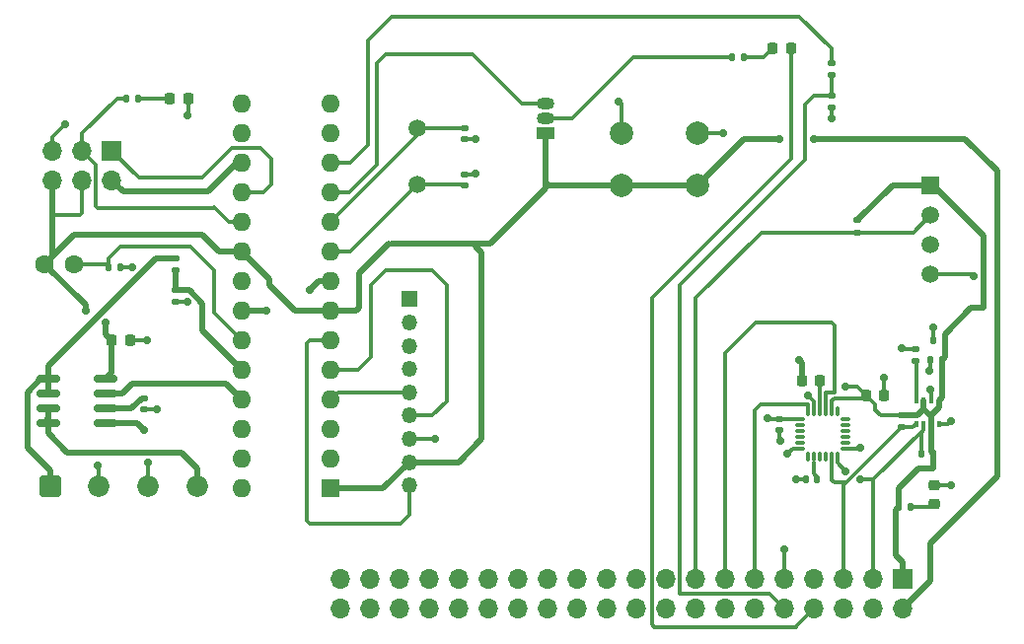
<source format=gbr>
%TF.GenerationSoftware,KiCad,Pcbnew,(6.0.7)*%
%TF.CreationDate,2023-01-16T15:03:51+03:00*%
%TF.ProjectId,Omarichet Sensor Shield 2,4f6d6172-6963-4686-9574-2053656e736f,rev?*%
%TF.SameCoordinates,Original*%
%TF.FileFunction,Copper,L1,Top*%
%TF.FilePolarity,Positive*%
%FSLAX46Y46*%
G04 Gerber Fmt 4.6, Leading zero omitted, Abs format (unit mm)*
G04 Created by KiCad (PCBNEW (6.0.7)) date 2023-01-16 15:03:51*
%MOMM*%
%LPD*%
G01*
G04 APERTURE LIST*
G04 Aperture macros list*
%AMRoundRect*
0 Rectangle with rounded corners*
0 $1 Rounding radius*
0 $2 $3 $4 $5 $6 $7 $8 $9 X,Y pos of 4 corners*
0 Add a 4 corners polygon primitive as box body*
4,1,4,$2,$3,$4,$5,$6,$7,$8,$9,$2,$3,0*
0 Add four circle primitives for the rounded corners*
1,1,$1+$1,$2,$3*
1,1,$1+$1,$4,$5*
1,1,$1+$1,$6,$7*
1,1,$1+$1,$8,$9*
0 Add four rect primitives between the rounded corners*
20,1,$1+$1,$2,$3,$4,$5,0*
20,1,$1+$1,$4,$5,$6,$7,0*
20,1,$1+$1,$6,$7,$8,$9,0*
20,1,$1+$1,$8,$9,$2,$3,0*%
G04 Aperture macros list end*
%TA.AperFunction,SMDPad,CuDef*%
%ADD10RoundRect,0.135000X0.185000X-0.135000X0.185000X0.135000X-0.185000X0.135000X-0.185000X-0.135000X0*%
%TD*%
%TA.AperFunction,SMDPad,CuDef*%
%ADD11RoundRect,0.140000X-0.170000X0.140000X-0.170000X-0.140000X0.170000X-0.140000X0.170000X0.140000X0*%
%TD*%
%TA.AperFunction,SMDPad,CuDef*%
%ADD12RoundRect,0.135000X-0.135000X-0.185000X0.135000X-0.185000X0.135000X0.185000X-0.135000X0.185000X0*%
%TD*%
%TA.AperFunction,SMDPad,CuDef*%
%ADD13RoundRect,0.075000X0.350000X0.075000X-0.350000X0.075000X-0.350000X-0.075000X0.350000X-0.075000X0*%
%TD*%
%TA.AperFunction,SMDPad,CuDef*%
%ADD14RoundRect,0.075000X-0.075000X0.350000X-0.075000X-0.350000X0.075000X-0.350000X0.075000X0.350000X0*%
%TD*%
%TA.AperFunction,SMDPad,CuDef*%
%ADD15RoundRect,0.135000X-0.185000X0.135000X-0.185000X-0.135000X0.185000X-0.135000X0.185000X0.135000X0*%
%TD*%
%TA.AperFunction,ComponentPad*%
%ADD16R,1.350000X1.350000*%
%TD*%
%TA.AperFunction,ComponentPad*%
%ADD17O,1.350000X1.350000*%
%TD*%
%TA.AperFunction,SMDPad,CuDef*%
%ADD18RoundRect,0.140000X0.140000X0.170000X-0.140000X0.170000X-0.140000X-0.170000X0.140000X-0.170000X0*%
%TD*%
%TA.AperFunction,SMDPad,CuDef*%
%ADD19RoundRect,0.150000X-0.825000X-0.150000X0.825000X-0.150000X0.825000X0.150000X-0.825000X0.150000X0*%
%TD*%
%TA.AperFunction,SMDPad,CuDef*%
%ADD20RoundRect,0.218750X0.218750X0.256250X-0.218750X0.256250X-0.218750X-0.256250X0.218750X-0.256250X0*%
%TD*%
%TA.AperFunction,SMDPad,CuDef*%
%ADD21RoundRect,0.225000X-0.225000X-0.250000X0.225000X-0.250000X0.225000X0.250000X-0.225000X0.250000X0*%
%TD*%
%TA.AperFunction,ComponentPad*%
%ADD22C,1.600000*%
%TD*%
%TA.AperFunction,ComponentPad*%
%ADD23C,2.000000*%
%TD*%
%TA.AperFunction,SMDPad,CuDef*%
%ADD24RoundRect,0.218750X-0.218750X-0.256250X0.218750X-0.256250X0.218750X0.256250X-0.218750X0.256250X0*%
%TD*%
%TA.AperFunction,SMDPad,CuDef*%
%ADD25RoundRect,0.140000X0.170000X-0.140000X0.170000X0.140000X-0.170000X0.140000X-0.170000X-0.140000X0*%
%TD*%
%TA.AperFunction,ComponentPad*%
%ADD26R,1.500000X1.050000*%
%TD*%
%TA.AperFunction,ComponentPad*%
%ADD27O,1.500000X1.050000*%
%TD*%
%TA.AperFunction,SMDPad,CuDef*%
%ADD28RoundRect,0.135000X0.135000X0.185000X-0.135000X0.185000X-0.135000X-0.185000X0.135000X-0.185000X0*%
%TD*%
%TA.AperFunction,ComponentPad*%
%ADD29C,1.500000*%
%TD*%
%TA.AperFunction,SMDPad,CuDef*%
%ADD30R,0.350000X0.500000*%
%TD*%
%TA.AperFunction,ComponentPad*%
%ADD31R,1.600000X1.600000*%
%TD*%
%TA.AperFunction,ComponentPad*%
%ADD32O,1.600000X1.600000*%
%TD*%
%TA.AperFunction,SMDPad,CuDef*%
%ADD33RoundRect,0.218750X-0.256250X0.218750X-0.256250X-0.218750X0.256250X-0.218750X0.256250X0.218750X0*%
%TD*%
%TA.AperFunction,ComponentPad*%
%ADD34RoundRect,0.250000X-0.675000X-0.675000X0.675000X-0.675000X0.675000X0.675000X-0.675000X0.675000X0*%
%TD*%
%TA.AperFunction,ComponentPad*%
%ADD35C,1.850000*%
%TD*%
%TA.AperFunction,SMDPad,CuDef*%
%ADD36RoundRect,0.225000X0.225000X0.250000X-0.225000X0.250000X-0.225000X-0.250000X0.225000X-0.250000X0*%
%TD*%
%TA.AperFunction,ComponentPad*%
%ADD37R,1.500000X1.500000*%
%TD*%
%TA.AperFunction,ComponentPad*%
%ADD38R,1.700000X1.700000*%
%TD*%
%TA.AperFunction,ComponentPad*%
%ADD39O,1.700000X1.700000*%
%TD*%
%TA.AperFunction,ViaPad*%
%ADD40C,0.700000*%
%TD*%
%TA.AperFunction,Conductor*%
%ADD41C,0.500000*%
%TD*%
%TA.AperFunction,Conductor*%
%ADD42C,0.300000*%
%TD*%
G04 APERTURE END LIST*
D10*
%TO.P,R5,1*%
%TO.N,DHTOUT*%
X175340000Y-93070000D03*
%TO.P,R5,2*%
%TO.N,+3V3*%
X175340000Y-92050000D03*
%TD*%
D11*
%TO.P,C10,1*%
%TO.N,/xtal2*%
X141590000Y-84100000D03*
%TO.P,C10,2*%
%TO.N,GND*%
X141590000Y-85060000D03*
%TD*%
D12*
%TO.P,R1,1*%
%TO.N,SDA*%
X180830000Y-112060000D03*
%TO.P,R1,2*%
%TO.N,+3V3*%
X181850000Y-112060000D03*
%TD*%
D13*
%TO.P,U2,1,CLKIN*%
%TO.N,GND*%
X174320000Y-111622500D03*
%TO.P,U2,2,NC*%
%TO.N,unconnected-(U2-Pad2)*%
X174320000Y-111122500D03*
%TO.P,U2,3,NC*%
%TO.N,unconnected-(U2-Pad3)*%
X174320000Y-110622500D03*
%TO.P,U2,4,NC*%
%TO.N,unconnected-(U2-Pad4)*%
X174320000Y-110122500D03*
%TO.P,U2,5,NC*%
%TO.N,unconnected-(U2-Pad5)*%
X174320000Y-109622500D03*
%TO.P,U2,6,AUX_SDA*%
%TO.N,unconnected-(U2-Pad6)*%
X174320000Y-109122500D03*
D14*
%TO.P,U2,7,AUX_SCL*%
%TO.N,unconnected-(U2-Pad7)*%
X173620000Y-108422500D03*
%TO.P,U2,8,VDDIO*%
%TO.N,+3V3*%
X173120000Y-108422500D03*
%TO.P,U2,9,AD0*%
%TO.N,ADO*%
X172620000Y-108422500D03*
%TO.P,U2,10,REGOUT*%
%TO.N,Net-(C5-Pad2)*%
X172120000Y-108422500D03*
%TO.P,U2,11,FSYNC*%
%TO.N,GND*%
X171620000Y-108422500D03*
%TO.P,U2,12,INT*%
%TO.N,INT*%
X171120000Y-108422500D03*
D13*
%TO.P,U2,13,VDD*%
%TO.N,+3V3*%
X170420000Y-109122500D03*
%TO.P,U2,14,NC*%
%TO.N,unconnected-(U2-Pad14)*%
X170420000Y-109622500D03*
%TO.P,U2,15,NC*%
%TO.N,unconnected-(U2-Pad15)*%
X170420000Y-110122500D03*
%TO.P,U2,16,NC*%
%TO.N,unconnected-(U2-Pad16)*%
X170420000Y-110622500D03*
%TO.P,U2,17,NC*%
%TO.N,unconnected-(U2-Pad17)*%
X170420000Y-111122500D03*
%TO.P,U2,18,GND*%
%TO.N,GND*%
X170420000Y-111622500D03*
D14*
%TO.P,U2,19,NC*%
%TO.N,unconnected-(U2-Pad19)*%
X171120000Y-112322500D03*
%TO.P,U2,20,CPOUT*%
%TO.N,Net-(C6-Pad1)*%
X171620000Y-112322500D03*
%TO.P,U2,21,NC*%
%TO.N,unconnected-(U2-Pad21)*%
X172120000Y-112322500D03*
%TO.P,U2,22,NC*%
%TO.N,unconnected-(U2-Pad22)*%
X172620000Y-112322500D03*
%TO.P,U2,23,SCL*%
%TO.N,SCL*%
X173120000Y-112322500D03*
%TO.P,U2,24,SDA*%
%TO.N,SDA*%
X173620000Y-112322500D03*
%TD*%
D15*
%TO.P,R6,1*%
%TO.N,IP*%
X116840000Y-95290000D03*
%TO.P,R6,2*%
%TO.N,A1*%
X116840000Y-96310000D03*
%TD*%
D16*
%TO.P,J3,1,Pin_1*%
%TO.N,unconnected-(J3-Pad1)*%
X136840000Y-98810000D03*
D17*
%TO.P,J3,2,Pin_2*%
%TO.N,unconnected-(J3-Pad2)*%
X136840000Y-100810000D03*
%TO.P,J3,3,Pin_3*%
%TO.N,unconnected-(J3-Pad3)*%
X136840000Y-102810000D03*
%TO.P,J3,4,Pin_4*%
%TO.N,unconnected-(J3-Pad4)*%
X136840000Y-104810000D03*
%TO.P,J3,5,Pin_5*%
%TO.N,TX2*%
X136840000Y-106810000D03*
%TO.P,J3,6,Pin_6*%
%TO.N,RX2*%
X136840000Y-108810000D03*
%TO.P,J3,7,Pin_7*%
%TO.N,GND*%
X136840000Y-110810000D03*
%TO.P,J3,8,Pin_8*%
%TO.N,RESET*%
X136840000Y-112810000D03*
%TO.P,J3,9,Pin_9*%
%TO.N,PPS*%
X136840000Y-114810000D03*
%TD*%
D10*
%TO.P,R13,1*%
%TO.N,GND*%
X173080000Y-82330000D03*
%TO.P,R13,2*%
%TO.N,RXD*%
X173080000Y-81310000D03*
%TD*%
D18*
%TO.P,C3,1*%
%TO.N,+3V3*%
X182820000Y-102310000D03*
%TO.P,C3,2*%
%TO.N,GND*%
X181860000Y-102310000D03*
%TD*%
D19*
%TO.P,U3,1,IP+*%
%TO.N,IP*%
X105865000Y-105655000D03*
%TO.P,U3,2,IP+*%
X105865000Y-106925000D03*
%TO.P,U3,3,IP-*%
%TO.N,OP*%
X105865000Y-108195000D03*
%TO.P,U3,4,IP-*%
X105865000Y-109465000D03*
%TO.P,U3,5,GND*%
%TO.N,GND*%
X110815000Y-109465000D03*
%TO.P,U3,6,FILTER*%
%TO.N,/filter*%
X110815000Y-108195000D03*
%TO.P,U3,7,VIOUT*%
%TO.N,A2*%
X110815000Y-106925000D03*
%TO.P,U3,8,VCC*%
%TO.N,RESET*%
X110815000Y-105655000D03*
%TD*%
D20*
%TO.P,D2,1,K*%
%TO.N,GND*%
X117877500Y-81560000D03*
%TO.P,D2,2,A*%
%TO.N,/ardled*%
X116302500Y-81560000D03*
%TD*%
D18*
%TO.P,C6,1*%
%TO.N,Net-(C6-Pad1)*%
X171870000Y-114310000D03*
%TO.P,C6,2*%
%TO.N,GND*%
X170910000Y-114310000D03*
%TD*%
D12*
%TO.P,R11,1*%
%TO.N,/base*%
X164570000Y-78070000D03*
%TO.P,R11,2*%
%TO.N,Net-(D3-Pad1)*%
X165590000Y-78070000D03*
%TD*%
D21*
%TO.P,C5,1*%
%TO.N,GND*%
X170565000Y-105810000D03*
%TO.P,C5,2*%
%TO.N,Net-(C5-Pad2)*%
X172115000Y-105810000D03*
%TD*%
D22*
%TO.P,R8,1*%
%TO.N,RESET*%
X105570000Y-95810000D03*
%TO.P,R8,2*%
%TO.N,A0*%
X108110000Y-95810000D03*
%TD*%
D10*
%TO.P,R2,1*%
%TO.N,/SDO*%
X180300000Y-104090000D03*
%TO.P,R2,2*%
%TO.N,GND*%
X180300000Y-103070000D03*
%TD*%
D23*
%TO.P,SW1,1,1*%
%TO.N,GND*%
X161590000Y-84560000D03*
X155090000Y-84560000D03*
%TO.P,SW1,2,2*%
%TO.N,RESET*%
X155090000Y-89060000D03*
X161590000Y-89060000D03*
%TD*%
D11*
%TO.P,C8,1*%
%TO.N,/filter*%
X114090000Y-107310000D03*
%TO.P,C8,2*%
%TO.N,GND*%
X114090000Y-108270000D03*
%TD*%
D24*
%TO.P,D3,1,K*%
%TO.N,Net-(D3-Pad1)*%
X168042500Y-77320000D03*
%TO.P,D3,2,A*%
%TO.N,TXD*%
X169617500Y-77320000D03*
%TD*%
D25*
%TO.P,C2,1*%
%TO.N,GND*%
X168590000Y-110040000D03*
%TO.P,C2,2*%
%TO.N,+3V3*%
X168590000Y-109080000D03*
%TD*%
D26*
%TO.P,Q1,1,C*%
%TO.N,RESET*%
X148590000Y-84560000D03*
D27*
%TO.P,Q1,2,B*%
%TO.N,/base*%
X148590000Y-83290000D03*
%TO.P,Q1,3,E*%
%TO.N,RX*%
X148590000Y-82020000D03*
%TD*%
D28*
%TO.P,R10,1*%
%TO.N,/ardled*%
X113600000Y-81560000D03*
%TO.P,R10,2*%
%TO.N,13*%
X112580000Y-81560000D03*
%TD*%
D29*
%TO.P,Y1,1,1*%
%TO.N,/xtal2*%
X137590000Y-84110000D03*
%TO.P,Y1,2,2*%
%TO.N,/xtal1*%
X137590000Y-88990000D03*
%TD*%
D30*
%TO.P,U1,1,GND*%
%TO.N,GND*%
X182315000Y-109535000D03*
%TO.P,U1,2,CSB*%
%TO.N,+3V3*%
X181665000Y-109535000D03*
%TO.P,U1,3,SDI*%
%TO.N,SDA*%
X181015000Y-109535000D03*
%TO.P,U1,4,SCK*%
%TO.N,SCL*%
X180365000Y-109535000D03*
%TO.P,U1,5,SDO*%
%TO.N,/SDO*%
X180365000Y-107485000D03*
%TO.P,U1,6,VDDIO*%
%TO.N,+3V3*%
X181015000Y-107485000D03*
%TO.P,U1,7,GND*%
%TO.N,GND*%
X181665000Y-107485000D03*
%TO.P,U1,8,VDD*%
%TO.N,+3V3*%
X182315000Y-107485000D03*
%TD*%
D31*
%TO.P,U5,1,~{RESET}/PC6*%
%TO.N,RESET*%
X130140000Y-115060000D03*
D32*
%TO.P,U5,2,PD0*%
%TO.N,unconnected-(U5-Pad2)*%
X130140000Y-112520000D03*
%TO.P,U5,3,PD1*%
%TO.N,unconnected-(U5-Pad3)*%
X130140000Y-109980000D03*
%TO.P,U5,4,PD2*%
%TO.N,TX2*%
X130140000Y-107440000D03*
%TO.P,U5,5,PD3*%
%TO.N,RX2*%
X130140000Y-104900000D03*
%TO.P,U5,6,PD4*%
%TO.N,PPS*%
X130140000Y-102360000D03*
%TO.P,U5,7,VCC*%
%TO.N,RESET*%
X130140000Y-99820000D03*
%TO.P,U5,8,GND*%
%TO.N,GND*%
X130140000Y-97280000D03*
%TO.P,U5,9,XTAL1/PB6*%
%TO.N,/xtal1*%
X130140000Y-94740000D03*
%TO.P,U5,10,XTAL2/PB7*%
%TO.N,/xtal2*%
X130140000Y-92200000D03*
%TO.P,U5,11,PD5*%
%TO.N,RX*%
X130140000Y-89660000D03*
%TO.P,U5,12,PD6*%
%TO.N,TX*%
X130140000Y-87120000D03*
%TO.P,U5,13,PD7*%
%TO.N,unconnected-(U5-Pad13)*%
X130140000Y-84580000D03*
%TO.P,U5,14,PB0*%
%TO.N,unconnected-(U5-Pad14)*%
X130140000Y-82040000D03*
%TO.P,U5,15,PB1*%
%TO.N,unconnected-(U5-Pad15)*%
X122520000Y-82040000D03*
%TO.P,U5,16,PB2*%
%TO.N,unconnected-(U5-Pad16)*%
X122520000Y-84580000D03*
%TO.P,U5,17,PB3*%
%TO.N,MOSI*%
X122520000Y-87120000D03*
%TO.P,U5,18,PB4*%
%TO.N,MISO*%
X122520000Y-89660000D03*
%TO.P,U5,19,PB5*%
%TO.N,13*%
X122520000Y-92200000D03*
%TO.P,U5,20,AVCC*%
%TO.N,RESET*%
X122520000Y-94740000D03*
%TO.P,U5,21,AREF*%
%TO.N,unconnected-(U5-Pad21)*%
X122520000Y-97280000D03*
%TO.P,U5,22,GND*%
%TO.N,GND*%
X122520000Y-99820000D03*
%TO.P,U5,23,PC0*%
%TO.N,A0*%
X122520000Y-102360000D03*
%TO.P,U5,24,PC1*%
%TO.N,A1*%
X122520000Y-104900000D03*
%TO.P,U5,25,PC2*%
%TO.N,A2*%
X122520000Y-107440000D03*
%TO.P,U5,26,PC3*%
%TO.N,unconnected-(U5-Pad26)*%
X122520000Y-109980000D03*
%TO.P,U5,27,PC4*%
%TO.N,unconnected-(U5-Pad27)*%
X122520000Y-112520000D03*
%TO.P,U5,28,PC5*%
%TO.N,unconnected-(U5-Pad28)*%
X122520000Y-115060000D03*
%TD*%
D33*
%TO.P,D1,1,K*%
%TO.N,GND*%
X181890000Y-114822500D03*
%TO.P,D1,2,A*%
%TO.N,/pwrled*%
X181890000Y-116397500D03*
%TD*%
D28*
%TO.P,R4,1*%
%TO.N,/pwrled*%
X179910000Y-116610000D03*
%TO.P,R4,2*%
%TO.N,+3V3*%
X178890000Y-116610000D03*
%TD*%
D34*
%TO.P,J2,1,Pin_1*%
%TO.N,IP*%
X106040000Y-114870000D03*
D35*
%TO.P,J2,2,Pin_2*%
%TO.N,GND*%
X110240000Y-114870000D03*
%TO.P,J2,3,Pin_3*%
X114440000Y-114870000D03*
%TO.P,J2,4,Pin_4*%
%TO.N,OP*%
X118640000Y-114870000D03*
%TD*%
D10*
%TO.P,R12,1*%
%TO.N,RXD*%
X173080000Y-79580000D03*
%TO.P,R12,2*%
%TO.N,TX*%
X173080000Y-78560000D03*
%TD*%
D36*
%TO.P,C7,1*%
%TO.N,GND*%
X112890000Y-102310000D03*
%TO.P,C7,2*%
%TO.N,RESET*%
X111340000Y-102310000D03*
%TD*%
D15*
%TO.P,R7,1*%
%TO.N,A1*%
X116840000Y-98050000D03*
%TO.P,R7,2*%
%TO.N,GND*%
X116840000Y-99070000D03*
%TD*%
D37*
%TO.P,U4,1,VCC*%
%TO.N,+3V3*%
X181590000Y-89060000D03*
D29*
%TO.P,U4,2,IO*%
%TO.N,DHTOUT*%
X181590000Y-91600000D03*
%TO.P,U4,3,NC*%
%TO.N,unconnected-(U4-Pad3)*%
X181590000Y-94140000D03*
%TO.P,U4,4,GND*%
%TO.N,GND*%
X181590000Y-96680000D03*
%TD*%
D18*
%TO.P,C1,1*%
%TO.N,+3V3*%
X182570000Y-104060000D03*
%TO.P,C1,2*%
%TO.N,GND*%
X181610000Y-104060000D03*
%TD*%
D38*
%TO.P,J4,1,Pin_1*%
%TO.N,MISO*%
X111340000Y-86060000D03*
D39*
%TO.P,J4,2,Pin_2*%
%TO.N,MOSI*%
X111340000Y-88600000D03*
%TO.P,J4,3,Pin_3*%
%TO.N,13*%
X108800000Y-86060000D03*
%TO.P,J4,4,Pin_4*%
%TO.N,RESET*%
X108800000Y-88600000D03*
%TO.P,J4,5,Pin_5*%
%TO.N,GND*%
X106260000Y-86060000D03*
%TO.P,J4,6,Pin_6*%
%TO.N,RESET*%
X106260000Y-88600000D03*
%TD*%
D25*
%TO.P,C9,1*%
%TO.N,/xtal1*%
X141590000Y-89040000D03*
%TO.P,C9,2*%
%TO.N,GND*%
X141590000Y-88080000D03*
%TD*%
D10*
%TO.P,R3,1*%
%TO.N,SCL*%
X179090000Y-109820000D03*
%TO.P,R3,2*%
%TO.N,+3V3*%
X179090000Y-108800000D03*
%TD*%
D12*
%TO.P,R9,1*%
%TO.N,A0*%
X111070000Y-96060000D03*
%TO.P,R9,2*%
%TO.N,GND*%
X112090000Y-96060000D03*
%TD*%
D21*
%TO.P,C4,1*%
%TO.N,+3V3*%
X176090000Y-107060000D03*
%TO.P,C4,2*%
%TO.N,GND*%
X177640000Y-107060000D03*
%TD*%
D38*
%TO.P,J1,1,Pin_1*%
%TO.N,+3V3*%
X179210000Y-122810000D03*
D39*
%TO.P,J1,2,Pin_2*%
%TO.N,RESET*%
X179210000Y-125350000D03*
%TO.P,J1,3,Pin_3*%
%TO.N,SDA*%
X176670000Y-122810000D03*
%TO.P,J1,4,Pin_4*%
%TO.N,unconnected-(J1-Pad4)*%
X176670000Y-125350000D03*
%TO.P,J1,5,Pin_5*%
%TO.N,SCL*%
X174130000Y-122810000D03*
%TO.P,J1,6,Pin_6*%
%TO.N,unconnected-(J1-Pad6)*%
X174130000Y-125350000D03*
%TO.P,J1,7,Pin_7*%
%TO.N,unconnected-(J1-Pad7)*%
X171590000Y-122810000D03*
%TO.P,J1,8,Pin_8*%
%TO.N,TXD*%
X171590000Y-125350000D03*
%TO.P,J1,9,Pin_9*%
%TO.N,GND*%
X169050000Y-122810000D03*
%TO.P,J1,10,Pin_10*%
%TO.N,RXD*%
X169050000Y-125350000D03*
%TO.P,J1,11,Pin_11*%
%TO.N,INT*%
X166510000Y-122810000D03*
%TO.P,J1,12,Pin_12*%
%TO.N,unconnected-(J1-Pad12)*%
X166510000Y-125350000D03*
%TO.P,J1,13,Pin_13*%
%TO.N,ADO*%
X163970000Y-122810000D03*
%TO.P,J1,14,Pin_14*%
%TO.N,unconnected-(J1-Pad14)*%
X163970000Y-125350000D03*
%TO.P,J1,15,Pin_15*%
%TO.N,DHTOUT*%
X161430000Y-122810000D03*
%TO.P,J1,16,Pin_16*%
%TO.N,unconnected-(J1-Pad16)*%
X161430000Y-125350000D03*
%TO.P,J1,17,Pin_17*%
%TO.N,unconnected-(J1-Pad17)*%
X158890000Y-122810000D03*
%TO.P,J1,18,Pin_18*%
%TO.N,unconnected-(J1-Pad18)*%
X158890000Y-125350000D03*
%TO.P,J1,19,Pin_19*%
%TO.N,unconnected-(J1-Pad19)*%
X156350000Y-122810000D03*
%TO.P,J1,20,Pin_20*%
%TO.N,unconnected-(J1-Pad20)*%
X156350000Y-125350000D03*
%TO.P,J1,21,Pin_21*%
%TO.N,unconnected-(J1-Pad21)*%
X153810000Y-122810000D03*
%TO.P,J1,22,Pin_22*%
%TO.N,unconnected-(J1-Pad22)*%
X153810000Y-125350000D03*
%TO.P,J1,23,Pin_23*%
%TO.N,unconnected-(J1-Pad23)*%
X151270000Y-122810000D03*
%TO.P,J1,24,Pin_24*%
%TO.N,unconnected-(J1-Pad24)*%
X151270000Y-125350000D03*
%TO.P,J1,25,Pin_25*%
%TO.N,unconnected-(J1-Pad25)*%
X148730000Y-122810000D03*
%TO.P,J1,26,Pin_26*%
%TO.N,unconnected-(J1-Pad26)*%
X148730000Y-125350000D03*
%TO.P,J1,27,Pin_27*%
%TO.N,unconnected-(J1-Pad27)*%
X146190000Y-122810000D03*
%TO.P,J1,28,Pin_28*%
%TO.N,unconnected-(J1-Pad28)*%
X146190000Y-125350000D03*
%TO.P,J1,29,Pin_29*%
%TO.N,unconnected-(J1-Pad29)*%
X143650000Y-122810000D03*
%TO.P,J1,30,Pin_30*%
%TO.N,unconnected-(J1-Pad30)*%
X143650000Y-125350000D03*
%TO.P,J1,31,Pin_31*%
%TO.N,unconnected-(J1-Pad31)*%
X141110000Y-122810000D03*
%TO.P,J1,32,Pin_32*%
%TO.N,unconnected-(J1-Pad32)*%
X141110000Y-125350000D03*
%TO.P,J1,33,Pin_33*%
%TO.N,unconnected-(J1-Pad33)*%
X138570000Y-122810000D03*
%TO.P,J1,34,Pin_34*%
%TO.N,unconnected-(J1-Pad34)*%
X138570000Y-125350000D03*
%TO.P,J1,35,Pin_35*%
%TO.N,unconnected-(J1-Pad35)*%
X136030000Y-122810000D03*
%TO.P,J1,36,Pin_36*%
%TO.N,unconnected-(J1-Pad36)*%
X136030000Y-125350000D03*
%TO.P,J1,37,Pin_37*%
%TO.N,unconnected-(J1-Pad37)*%
X133490000Y-122810000D03*
%TO.P,J1,38,Pin_38*%
%TO.N,unconnected-(J1-Pad38)*%
X133490000Y-125350000D03*
%TO.P,J1,39,Pin_39*%
%TO.N,unconnected-(J1-Pad39)*%
X130950000Y-122810000D03*
%TO.P,J1,40,Pin_40*%
%TO.N,unconnected-(J1-Pad40)*%
X130950000Y-125350000D03*
%TD*%
D40*
%TO.N,+3V3*%
X167590000Y-109060000D03*
X174340000Y-106310000D03*
%TO.N,RESET*%
X110840000Y-100810000D03*
X109090000Y-99810000D03*
X168590000Y-85060000D03*
X171590000Y-85060000D03*
%TO.N,SDA*%
X175590000Y-114310000D03*
X174340000Y-113560000D03*
%TO.N,GND*%
X115170000Y-108290000D03*
X168710000Y-110970000D03*
X169340000Y-112060000D03*
X139090000Y-110810000D03*
X179090000Y-103060000D03*
X183340000Y-109310000D03*
X170090000Y-114310000D03*
X142590000Y-85060000D03*
X183340000Y-114810000D03*
X128340000Y-98060000D03*
X170340000Y-104060000D03*
X185340000Y-96810000D03*
X169090000Y-120310000D03*
X181491675Y-104946438D03*
X154840000Y-81810000D03*
X114090000Y-110060000D03*
X177590000Y-105560000D03*
X142590000Y-88060000D03*
X117840000Y-83060000D03*
X181850000Y-101250000D03*
X173080000Y-83320000D03*
X163840000Y-84560000D03*
X181590000Y-106560000D03*
X117840000Y-99060000D03*
X171090000Y-107060000D03*
X113090000Y-96060000D03*
X175590000Y-111560000D03*
X114340000Y-102310000D03*
X124590000Y-99810000D03*
X114430000Y-112870000D03*
X110090000Y-113060000D03*
X107340000Y-83810000D03*
%TD*%
D41*
%TO.N,+3V3*%
X178890000Y-116610000D02*
X178890000Y-115010000D01*
X179090000Y-108800000D02*
X180450000Y-108800000D01*
D42*
X177330000Y-108800000D02*
X179090000Y-108800000D01*
X176840000Y-108310000D02*
X177330000Y-108800000D01*
X176090000Y-107060000D02*
X176840000Y-107810000D01*
D41*
X181015000Y-107485000D02*
X181015000Y-108235000D01*
X181590000Y-89060000D02*
X178330000Y-89060000D01*
X186090000Y-99560000D02*
X186140000Y-99510000D01*
X181665000Y-108885000D02*
X181665000Y-108735000D01*
X185090000Y-99560000D02*
X186090000Y-99560000D01*
X178590000Y-120810000D02*
X178590000Y-116910000D01*
X182820000Y-101830000D02*
X185090000Y-99560000D01*
X181850000Y-112060000D02*
X181665000Y-111875000D01*
X182820000Y-103810000D02*
X182820000Y-102310000D01*
D42*
X175340000Y-106310000D02*
X176090000Y-107060000D01*
D41*
X182570000Y-104060000D02*
X182820000Y-103810000D01*
D42*
X168590000Y-109080000D02*
X167610000Y-109080000D01*
D41*
X181665000Y-111875000D02*
X181665000Y-109535000D01*
X178330000Y-89060000D02*
X175340000Y-92050000D01*
X181840000Y-89060000D02*
X181590000Y-89060000D01*
X178590000Y-116910000D02*
X178890000Y-116610000D01*
D42*
X167610000Y-109080000D02*
X167590000Y-109060000D01*
X175840000Y-107310000D02*
X176090000Y-107060000D01*
X168590000Y-109080000D02*
X170377500Y-109080000D01*
D41*
X178890000Y-115010000D02*
X180590000Y-113310000D01*
X186140000Y-93360000D02*
X181840000Y-89060000D01*
X180450000Y-108800000D02*
X181015000Y-108235000D01*
D42*
X173120000Y-108422500D02*
X173120000Y-107530000D01*
D41*
X182570000Y-104060000D02*
X182570000Y-107230000D01*
X181665000Y-108735000D02*
X182315000Y-108085000D01*
X186140000Y-99510000D02*
X186140000Y-93360000D01*
D42*
X170377500Y-109080000D02*
X170420000Y-109122500D01*
X173340000Y-107310000D02*
X175840000Y-107310000D01*
D41*
X179210000Y-122810000D02*
X179210000Y-121430000D01*
X181840000Y-113310000D02*
X181850000Y-113300000D01*
X182570000Y-107230000D02*
X182315000Y-107485000D01*
X179210000Y-121430000D02*
X178590000Y-120810000D01*
X181850000Y-113300000D02*
X181850000Y-112060000D01*
D42*
X173120000Y-107530000D02*
X173340000Y-107310000D01*
X176840000Y-107810000D02*
X176840000Y-108310000D01*
D41*
X181665000Y-108885000D02*
X181665000Y-109535000D01*
D42*
X174340000Y-106310000D02*
X175340000Y-106310000D01*
D41*
X182820000Y-102310000D02*
X182820000Y-101830000D01*
X181015000Y-108235000D02*
X181665000Y-108885000D01*
X182315000Y-108085000D02*
X182315000Y-107485000D01*
X180590000Y-113310000D02*
X181840000Y-113310000D01*
D42*
%TO.N,Net-(C5-Pad2)*%
X172120000Y-105815000D02*
X172120000Y-108422500D01*
D41*
%TO.N,RESET*%
X187340000Y-87810000D02*
X184590000Y-85060000D01*
X165590000Y-85060000D02*
X161590000Y-89060000D01*
X106260000Y-91330000D02*
X106260000Y-95120000D01*
X132340000Y-99810000D02*
X132590000Y-99560000D01*
X179210000Y-125350000D02*
X181590000Y-122970000D01*
X109090000Y-99330000D02*
X109090000Y-99810000D01*
D42*
X106500000Y-91570000D02*
X106260000Y-91330000D01*
D41*
X110840000Y-101810000D02*
X111340000Y-102310000D01*
X155090000Y-89060000D02*
X148840000Y-89060000D01*
X124840000Y-97060000D02*
X124840000Y-97560000D01*
D42*
X108800000Y-91380000D02*
X108610000Y-91570000D01*
D41*
X122520000Y-94740000D02*
X120520000Y-94740000D01*
X105570000Y-95810000D02*
X109090000Y-99330000D01*
X148840000Y-89060000D02*
X148590000Y-88810000D01*
X132590000Y-99560000D02*
X132590000Y-96560000D01*
X184590000Y-85060000D02*
X171590000Y-85060000D01*
D42*
X108800000Y-88600000D02*
X108800000Y-91380000D01*
D41*
X120520000Y-94740000D02*
X119090000Y-93310000D01*
X155090000Y-89060000D02*
X161590000Y-89060000D01*
X168590000Y-85060000D02*
X165590000Y-85060000D01*
X136840000Y-112810000D02*
X141090000Y-112810000D01*
X111340000Y-105130000D02*
X110815000Y-105655000D01*
X124840000Y-97560000D02*
X127100000Y-99820000D01*
X111340000Y-102310000D02*
X111340000Y-105130000D01*
X108070000Y-93310000D02*
X105570000Y-95810000D01*
X143090000Y-94810000D02*
X142590000Y-94310000D01*
X143090000Y-110810000D02*
X143090000Y-94810000D01*
X106260000Y-95120000D02*
X105570000Y-95810000D01*
D42*
X108610000Y-91570000D02*
X106500000Y-91570000D01*
D41*
X110840000Y-100810000D02*
X110840000Y-101810000D01*
X143840000Y-94060000D02*
X135340000Y-94060000D01*
X127100000Y-99820000D02*
X130140000Y-99820000D01*
X181590000Y-119810000D02*
X187340000Y-114060000D01*
X106260000Y-88600000D02*
X106260000Y-91330000D01*
X148590000Y-88810000D02*
X148590000Y-89310000D01*
X119090000Y-93310000D02*
X108070000Y-93310000D01*
X122520000Y-94740000D02*
X124840000Y-97060000D01*
X134590000Y-115060000D02*
X136840000Y-112810000D01*
X132590000Y-96560000D02*
X135090000Y-94060000D01*
X148590000Y-84560000D02*
X148590000Y-88810000D01*
X132330000Y-99820000D02*
X132340000Y-99810000D01*
X130140000Y-115060000D02*
X134590000Y-115060000D01*
X148590000Y-89310000D02*
X143840000Y-94060000D01*
X141090000Y-112810000D02*
X143090000Y-110810000D01*
X187340000Y-114060000D02*
X187340000Y-87810000D01*
X181590000Y-122970000D02*
X181590000Y-119810000D01*
X130140000Y-99820000D02*
X132330000Y-99820000D01*
D42*
%TO.N,13*%
X111840000Y-81560000D02*
X112580000Y-81560000D01*
X120100000Y-90970000D02*
X120120000Y-90950000D01*
X108800000Y-86060000D02*
X110000000Y-87260000D01*
X121370000Y-92200000D02*
X122520000Y-92200000D01*
X108800000Y-84600000D02*
X111840000Y-81560000D01*
X110160000Y-90970000D02*
X120100000Y-90970000D01*
X120120000Y-90950000D02*
X121370000Y-92200000D01*
X110000000Y-90810000D02*
X110160000Y-90970000D01*
X110000000Y-87260000D02*
X110000000Y-90810000D01*
X108800000Y-86060000D02*
X108800000Y-84600000D01*
%TO.N,/pwrled*%
X179910000Y-116610000D02*
X181677500Y-116610000D01*
X181677500Y-116610000D02*
X181890000Y-116397500D01*
%TO.N,/ardled*%
X113600000Y-81560000D02*
X116302500Y-81560000D01*
%TO.N,Net-(D3-Pad1)*%
X167292500Y-78070000D02*
X168042500Y-77320000D01*
X165590000Y-78070000D02*
X167292500Y-78070000D01*
%TO.N,TXD*%
X169617500Y-86782500D02*
X169617500Y-77320000D01*
X170070000Y-126870000D02*
X170070000Y-126950000D01*
X157887845Y-126950000D02*
X157690000Y-126752155D01*
X157690000Y-98710000D02*
X169617500Y-86782500D01*
X170070000Y-126950000D02*
X157887845Y-126950000D01*
X157690000Y-126752155D02*
X157690000Y-98710000D01*
X171590000Y-125350000D02*
X170070000Y-126870000D01*
%TO.N,SDA*%
X175590000Y-114310000D02*
X176715000Y-114310000D01*
X176715000Y-114310000D02*
X176670000Y-114355000D01*
X180830000Y-110270000D02*
X181015000Y-110085000D01*
X173620000Y-112840000D02*
X174340000Y-113560000D01*
X176715000Y-114310000D02*
X181015000Y-110010000D01*
X173620000Y-112322500D02*
X173620000Y-112840000D01*
X181015000Y-109535000D02*
X181015000Y-110085000D01*
X176670000Y-114355000D02*
X176670000Y-122810000D01*
X181015000Y-110010000D02*
X181015000Y-109535000D01*
X180830000Y-112060000D02*
X180830000Y-110270000D01*
%TO.N,SCL*%
X180080000Y-109820000D02*
X180365000Y-109535000D01*
X179090000Y-109820000D02*
X180080000Y-109820000D01*
X173340000Y-114560000D02*
X173120000Y-114340000D01*
X174350000Y-114560000D02*
X174130000Y-114780000D01*
X174350000Y-114560000D02*
X173340000Y-114560000D01*
X173120000Y-114340000D02*
X173120000Y-112322500D01*
X174130000Y-114780000D02*
X174130000Y-122810000D01*
X179090000Y-109820000D02*
X174350000Y-114560000D01*
%TO.N,RXD*%
X160090000Y-97560000D02*
X160090000Y-124060000D01*
X171590000Y-81310000D02*
X170830000Y-82070000D01*
X160090000Y-124060000D02*
X167760000Y-124060000D01*
X167760000Y-124060000D02*
X169050000Y-125350000D01*
X173080000Y-81310000D02*
X171590000Y-81310000D01*
X170830000Y-86820000D02*
X160090000Y-97560000D01*
X170830000Y-82070000D02*
X170830000Y-86820000D01*
X173080000Y-79580000D02*
X173080000Y-81310000D01*
%TO.N,INT*%
X167060000Y-107840000D02*
X171120000Y-107840000D01*
X166510000Y-108390000D02*
X167060000Y-107840000D01*
X166510000Y-108390000D02*
X166510000Y-122810000D01*
X171120000Y-108422500D02*
X171120000Y-107840000D01*
%TO.N,ADO*%
X173340000Y-106810000D02*
X173340000Y-101060000D01*
X173090000Y-100810000D02*
X166590000Y-100810000D01*
X172620000Y-106810000D02*
X173340000Y-106810000D01*
X166590000Y-100810000D02*
X163970000Y-103430000D01*
X163970000Y-103430000D02*
X163970000Y-122810000D01*
X173340000Y-101060000D02*
X173090000Y-100810000D01*
X172620000Y-108422500D02*
X172620000Y-106810000D01*
%TO.N,DHTOUT*%
X167080000Y-93070000D02*
X175340000Y-93070000D01*
X175340000Y-93070000D02*
X180120000Y-93070000D01*
X180120000Y-93070000D02*
X181590000Y-91600000D01*
X161430000Y-122810000D02*
X161430000Y-98720000D01*
X161430000Y-98720000D02*
X167080000Y-93070000D01*
%TO.N,Net-(C6-Pad1)*%
X171590000Y-113810000D02*
X171620000Y-113780000D01*
X171870000Y-114310000D02*
X171870000Y-114090000D01*
X171870000Y-114090000D02*
X171590000Y-113810000D01*
X171620000Y-113780000D02*
X171620000Y-112810000D01*
D41*
%TO.N,OP*%
X105865000Y-108195000D02*
X105865000Y-109035000D01*
X107540000Y-112010000D02*
X117290000Y-112010000D01*
X105865000Y-110335000D02*
X107540000Y-112010000D01*
X105865000Y-109035000D02*
X105840000Y-109060000D01*
X117290000Y-112010000D02*
X118640000Y-113360000D01*
X118640000Y-113360000D02*
X118640000Y-114870000D01*
X105865000Y-109465000D02*
X105865000Y-110335000D01*
%TO.N,IP*%
X105865000Y-105655000D02*
X105865000Y-104535000D01*
X104090000Y-111560000D02*
X104090000Y-106810000D01*
X105245000Y-105655000D02*
X105865000Y-105655000D01*
X105865000Y-106925000D02*
X105865000Y-105655000D01*
X106040000Y-113510000D02*
X104090000Y-111560000D01*
X104090000Y-106810000D02*
X105245000Y-105655000D01*
X115110000Y-95290000D02*
X116840000Y-95290000D01*
X106040000Y-114870000D02*
X106040000Y-113510000D01*
X105865000Y-104535000D02*
X115110000Y-95290000D01*
D42*
%TO.N,TX2*%
X136840000Y-106810000D02*
X130770000Y-106810000D01*
X130770000Y-106810000D02*
X130140000Y-107440000D01*
%TO.N,RX2*%
X138840000Y-108810000D02*
X140090000Y-107560000D01*
X133590000Y-97560000D02*
X133590000Y-103810000D01*
X132500000Y-104900000D02*
X130140000Y-104900000D01*
X133590000Y-103810000D02*
X132500000Y-104900000D01*
X136840000Y-108810000D02*
X138840000Y-108810000D01*
X138840000Y-96310000D02*
X134840000Y-96310000D01*
X140090000Y-97560000D02*
X138840000Y-96310000D01*
X140090000Y-107560000D02*
X140090000Y-97560000D01*
X134840000Y-96310000D02*
X133590000Y-97560000D01*
%TO.N,PPS*%
X128090000Y-102560000D02*
X128290000Y-102360000D01*
X136840000Y-114810000D02*
X136840000Y-117310000D01*
X128090000Y-117810000D02*
X128090000Y-102560000D01*
X128290000Y-102360000D02*
X130140000Y-102360000D01*
X136090000Y-118060000D02*
X128340000Y-118060000D01*
X136840000Y-117310000D02*
X136090000Y-118060000D01*
X128340000Y-118060000D02*
X128090000Y-117810000D01*
D41*
%TO.N,MOSI*%
X122030000Y-87120000D02*
X122520000Y-87120000D01*
X119590000Y-89560000D02*
X122030000Y-87120000D01*
X111340000Y-88600000D02*
X112300000Y-89560000D01*
X112300000Y-89560000D02*
X119590000Y-89560000D01*
D42*
%TO.N,MISO*%
X125030000Y-86790000D02*
X125030000Y-88980000D01*
X111340000Y-86060000D02*
X113670000Y-88390000D01*
X119070000Y-88390000D02*
X121610000Y-85850000D01*
X125030000Y-88980000D02*
X124350000Y-89660000D01*
X113670000Y-88390000D02*
X119070000Y-88390000D01*
X124090000Y-85850000D02*
X125030000Y-86790000D01*
X121610000Y-85850000D02*
X124090000Y-85850000D01*
X124350000Y-89660000D02*
X122520000Y-89660000D01*
%TO.N,RX*%
X134090000Y-78560000D02*
X134840000Y-77810000D01*
X134840000Y-77810000D02*
X142340000Y-77810000D01*
X130140000Y-89660000D02*
X131740000Y-89660000D01*
X142340000Y-77810000D02*
X146550000Y-82020000D01*
X134090000Y-87310000D02*
X134090000Y-78560000D01*
X131740000Y-89660000D02*
X134090000Y-87310000D01*
X146550000Y-82020000D02*
X148590000Y-82020000D01*
D41*
%TO.N,A1*%
X116840000Y-98050000D02*
X117961371Y-98050000D01*
X117961371Y-98050000D02*
X119090000Y-99178629D01*
X116840000Y-96310000D02*
X116840000Y-98050000D01*
X119090000Y-99178629D02*
X119090000Y-101470000D01*
X119090000Y-101470000D02*
X122520000Y-104900000D01*
D42*
%TO.N,A0*%
X108110000Y-95810000D02*
X110820000Y-95810000D01*
X120090000Y-96310000D02*
X120090000Y-99930000D01*
X118090000Y-94310000D02*
X120090000Y-96310000D01*
X120090000Y-99930000D02*
X122520000Y-102360000D01*
X112090000Y-94310000D02*
X118090000Y-94310000D01*
X111070000Y-96060000D02*
X111070000Y-95330000D01*
X111070000Y-95330000D02*
X112090000Y-94310000D01*
X110820000Y-95810000D02*
X111070000Y-96060000D01*
%TO.N,TX*%
X133340000Y-85560000D02*
X133340000Y-76560000D01*
X130140000Y-87120000D02*
X131780000Y-87120000D01*
X133340000Y-76560000D02*
X135340000Y-74560000D01*
X135340000Y-74560000D02*
X170320000Y-74560000D01*
X173080000Y-77320000D02*
X173080000Y-78560000D01*
X170320000Y-74560000D02*
X173080000Y-77320000D01*
X131780000Y-87120000D02*
X133340000Y-85560000D01*
D41*
%TO.N,A2*%
X113090000Y-106060000D02*
X121140000Y-106060000D01*
X121140000Y-106060000D02*
X122520000Y-107440000D01*
X110815000Y-106925000D02*
X112225000Y-106925000D01*
X112225000Y-106925000D02*
X113090000Y-106060000D01*
D42*
%TO.N,GND*%
X136840000Y-110810000D02*
X139090000Y-110810000D01*
X177590000Y-107010000D02*
X177640000Y-107060000D01*
X114430000Y-114860000D02*
X114440000Y-114870000D01*
X183327500Y-114822500D02*
X183340000Y-114810000D01*
X170910000Y-114310000D02*
X170090000Y-114310000D01*
X169050000Y-120350000D02*
X169090000Y-120310000D01*
X181860000Y-102310000D02*
X181860000Y-101260000D01*
X114090000Y-108270000D02*
X115150000Y-108270000D01*
X181890000Y-114822500D02*
X183327500Y-114822500D01*
X117877500Y-83022500D02*
X117840000Y-83060000D01*
X170420000Y-111622500D02*
X169777500Y-111622500D01*
D41*
X170565000Y-105810000D02*
X170565000Y-104285000D01*
D42*
X183115000Y-109535000D02*
X183340000Y-109310000D01*
D41*
X110815000Y-109465000D02*
X113495000Y-109465000D01*
D42*
X168590000Y-110600000D02*
X168710000Y-110720000D01*
X169050000Y-122810000D02*
X169050000Y-120350000D01*
X181665000Y-107485000D02*
X181665000Y-106635000D01*
X175527500Y-111622500D02*
X175590000Y-111560000D01*
X115150000Y-108270000D02*
X115170000Y-108290000D01*
X179100000Y-103070000D02*
X179090000Y-103060000D01*
X181610000Y-104060000D02*
X181610000Y-104828113D01*
X174320000Y-111622500D02*
X175527500Y-111622500D01*
X173080000Y-82330000D02*
X173080000Y-83320000D01*
X171090000Y-107060000D02*
X171620000Y-107590000D01*
X110240000Y-113210000D02*
X110090000Y-113060000D01*
X114430000Y-112870000D02*
X114430000Y-114860000D01*
X177590000Y-105560000D02*
X177590000Y-107010000D01*
X112090000Y-96060000D02*
X113090000Y-96060000D01*
X161590000Y-84560000D02*
X163840000Y-84560000D01*
X116840000Y-99070000D02*
X117830000Y-99070000D01*
X168590000Y-110040000D02*
X168590000Y-110600000D01*
X141590000Y-88080000D02*
X142570000Y-88080000D01*
D41*
X130140000Y-97280000D02*
X129120000Y-97280000D01*
D42*
X117830000Y-99070000D02*
X117840000Y-99060000D01*
D41*
X122520000Y-99820000D02*
X124580000Y-99820000D01*
D42*
X181665000Y-106635000D02*
X181590000Y-106560000D01*
X182315000Y-109535000D02*
X183115000Y-109535000D01*
D41*
X124580000Y-99820000D02*
X124590000Y-99810000D01*
D42*
X117877500Y-81560000D02*
X117877500Y-83022500D01*
X106260000Y-86060000D02*
X106260000Y-84890000D01*
X155090000Y-82060000D02*
X154840000Y-81810000D01*
X155090000Y-84560000D02*
X155090000Y-82060000D01*
X141590000Y-85060000D02*
X142590000Y-85060000D01*
X110240000Y-114870000D02*
X110240000Y-113210000D01*
D41*
X113495000Y-109465000D02*
X114090000Y-110060000D01*
D42*
X169777500Y-111622500D02*
X169340000Y-112060000D01*
X181610000Y-104828113D02*
X181491675Y-104946438D01*
X171620000Y-107590000D02*
X171620000Y-108422500D01*
X181590000Y-96680000D02*
X185210000Y-96680000D01*
D41*
X170565000Y-104285000D02*
X170340000Y-104060000D01*
D42*
X112890000Y-102310000D02*
X114340000Y-102310000D01*
X142570000Y-88080000D02*
X142590000Y-88060000D01*
X181860000Y-101260000D02*
X181850000Y-101250000D01*
X180300000Y-103070000D02*
X179100000Y-103070000D01*
X185210000Y-96680000D02*
X185340000Y-96810000D01*
X106260000Y-84890000D02*
X107340000Y-83810000D01*
D41*
X129120000Y-97280000D02*
X128340000Y-98060000D01*
D42*
%TO.N,/xtal1*%
X131840000Y-94740000D02*
X137590000Y-88990000D01*
X141540000Y-88990000D02*
X141590000Y-89040000D01*
X137590000Y-88990000D02*
X141540000Y-88990000D01*
X130140000Y-94740000D02*
X131840000Y-94740000D01*
%TO.N,/xtal2*%
X141580000Y-84110000D02*
X141590000Y-84100000D01*
X137590000Y-84110000D02*
X141580000Y-84110000D01*
X137590000Y-84750000D02*
X137590000Y-84110000D01*
X130140000Y-92200000D02*
X137590000Y-84750000D01*
%TO.N,/base*%
X150860000Y-83290000D02*
X151090000Y-83060000D01*
X156080000Y-78070000D02*
X164570000Y-78070000D01*
X148590000Y-83290000D02*
X150860000Y-83290000D01*
X151090000Y-83060000D02*
X156080000Y-78070000D01*
X150840000Y-83310000D02*
X151090000Y-83060000D01*
%TO.N,/SDO*%
X180365000Y-104155000D02*
X180365000Y-107485000D01*
X180300000Y-104090000D02*
X180365000Y-104155000D01*
D41*
%TO.N,/filter*%
X113020614Y-108195000D02*
X113905614Y-107310000D01*
X113905614Y-107310000D02*
X114090000Y-107310000D01*
X110815000Y-108195000D02*
X113020614Y-108195000D01*
%TD*%
M02*

</source>
